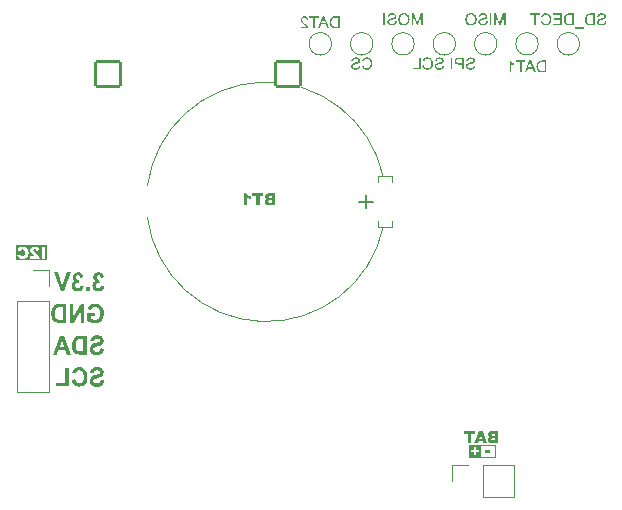
<source format=gbo>
G04 #@! TF.GenerationSoftware,KiCad,Pcbnew,9.0.3*
G04 #@! TF.CreationDate,2025-08-23T15:15:08+02:00*
G04 #@! TF.ProjectId,fw-anwesenheit,66772d61-6e77-4657-9365-6e686569742e,rev?*
G04 #@! TF.SameCoordinates,Original*
G04 #@! TF.FileFunction,Legend,Bot*
G04 #@! TF.FilePolarity,Positive*
%FSLAX46Y46*%
G04 Gerber Fmt 4.6, Leading zero omitted, Abs format (unit mm)*
G04 Created by KiCad (PCBNEW 9.0.3) date 2025-08-23 15:15:08*
%MOMM*%
%LPD*%
G01*
G04 APERTURE LIST*
G04 Aperture macros list*
%AMRoundRect*
0 Rectangle with rounded corners*
0 $1 Rounding radius*
0 $2 $3 $4 $5 $6 $7 $8 $9 X,Y pos of 4 corners*
0 Add a 4 corners polygon primitive as box body*
4,1,4,$2,$3,$4,$5,$6,$7,$8,$9,$2,$3,0*
0 Add four circle primitives for the rounded corners*
1,1,$1+$1,$2,$3*
1,1,$1+$1,$4,$5*
1,1,$1+$1,$6,$7*
1,1,$1+$1,$8,$9*
0 Add four rect primitives between the rounded corners*
20,1,$1+$1,$2,$3,$4,$5,0*
20,1,$1+$1,$4,$5,$6,$7,0*
20,1,$1+$1,$6,$7,$8,$9,0*
20,1,$1+$1,$8,$9,$2,$3,0*%
G04 Aperture macros list end*
%ADD10C,0.100000*%
%ADD11C,0.300000*%
%ADD12C,0.150000*%
%ADD13C,0.120000*%
%ADD14R,1.350000X1.350000*%
%ADD15C,1.350000*%
%ADD16C,2.304000*%
%ADD17RoundRect,0.102000X-1.050000X1.050000X-1.050000X-1.050000X1.050000X-1.050000X1.050000X1.050000X0*%
%ADD18C,1.000000*%
%ADD19C,1.500000*%
%ADD20R,1.600000X2.000000*%
%ADD21O,1.600000X2.000000*%
%ADD22R,1.700000X1.700000*%
%ADD23C,1.700000*%
G04 APERTURE END LIST*
D10*
X120064400Y-123968000D02*
X122251600Y-123968000D01*
X122251600Y-124968000D01*
X120064400Y-124968000D01*
X120064400Y-123968000D01*
G36*
X121865286Y-124610854D02*
G01*
X121460881Y-124610854D01*
X121460881Y-124395920D01*
X121865286Y-124395920D01*
X121865286Y-124610854D01*
G37*
G36*
X122578868Y-123798000D02*
G01*
X122044648Y-123798000D01*
X121905979Y-123784322D01*
X121833001Y-123769732D01*
X121788498Y-123751471D01*
X121749437Y-123724333D01*
X121716592Y-123691676D01*
X121689458Y-123653041D01*
X121669509Y-123610250D01*
X121657397Y-123563799D01*
X121653249Y-123512846D01*
X121656596Y-123478408D01*
X121963376Y-123478408D01*
X121967197Y-123508823D01*
X121978099Y-123533818D01*
X121996166Y-123554673D01*
X122019943Y-123569094D01*
X122056000Y-123579147D01*
X122108884Y-123583066D01*
X122266665Y-123583066D01*
X122266665Y-123379856D01*
X122109555Y-123379856D01*
X122055591Y-123383640D01*
X122019317Y-123393269D01*
X121995860Y-123406906D01*
X121977841Y-123426803D01*
X121967105Y-123450255D01*
X121963376Y-123478408D01*
X121656596Y-123478408D01*
X121659278Y-123450806D01*
X121676420Y-123398460D01*
X121704173Y-123353844D01*
X121742109Y-123317513D01*
X121793906Y-123287560D01*
X121862931Y-123264573D01*
X121817254Y-123245197D01*
X121781839Y-123222872D01*
X121754976Y-123197834D01*
X121724342Y-123153047D01*
X121705970Y-123102980D01*
X121704815Y-123092565D01*
X122003004Y-123092565D01*
X122006439Y-123122316D01*
X122015985Y-123145537D01*
X122031337Y-123163762D01*
X122051946Y-123176163D01*
X122084046Y-123184921D01*
X122132087Y-123188369D01*
X122266665Y-123188369D01*
X122266665Y-123000791D01*
X122130072Y-123000791D01*
X122083414Y-123004170D01*
X122051884Y-123012798D01*
X122031337Y-123025093D01*
X122015829Y-123043016D01*
X122006360Y-123065085D01*
X122003004Y-123092565D01*
X121704815Y-123092565D01*
X121699655Y-123046037D01*
X121704608Y-122994881D01*
X121719045Y-122949034D01*
X121742966Y-122907358D01*
X121777202Y-122869083D01*
X121817692Y-122839234D01*
X121866972Y-122816975D01*
X121926845Y-122802707D01*
X121999585Y-122797581D01*
X122578868Y-122797581D01*
X122578868Y-123798000D01*
G37*
G36*
X121615757Y-123798000D02*
G01*
X121299463Y-123798000D01*
X121250920Y-123633868D01*
X120898477Y-123633868D01*
X120849262Y-123798000D01*
X120525457Y-123798000D01*
X120668092Y-123418935D01*
X120963385Y-123418935D01*
X121183997Y-123418935D01*
X121074027Y-123057883D01*
X120963385Y-123418935D01*
X120668092Y-123418935D01*
X120901897Y-122797581D01*
X121239318Y-122797581D01*
X121615757Y-123798000D01*
G37*
G36*
X120593357Y-122797581D02*
G01*
X119652717Y-122797581D01*
X119652717Y-123043778D01*
X119968339Y-123043778D01*
X119968339Y-123798000D01*
X120277795Y-123798000D01*
X120277795Y-123043778D01*
X120593357Y-123043778D01*
X120593357Y-122797581D01*
G37*
G36*
X121082143Y-124960169D02*
G01*
X120114675Y-124960169D01*
X120114675Y-124368388D01*
X120225786Y-124368388D01*
X120225786Y-124587230D01*
X120488775Y-124587230D01*
X120488775Y-124849058D01*
X120709387Y-124849058D01*
X120709387Y-124587230D01*
X120971032Y-124587230D01*
X120971032Y-124368388D01*
X120709387Y-124368388D01*
X120709387Y-124106560D01*
X120488775Y-124106560D01*
X120488775Y-124368388D01*
X120225786Y-124368388D01*
X120114675Y-124368388D01*
X120114675Y-123995449D01*
X121082143Y-123995449D01*
X121082143Y-124960169D01*
G37*
D11*
G36*
X89202140Y-110500667D02*
G01*
X88923428Y-110463053D01*
X88908483Y-110539572D01*
X88884265Y-110598832D01*
X88851712Y-110644281D01*
X88809785Y-110679225D01*
X88763192Y-110699862D01*
X88710296Y-110706905D01*
X88653805Y-110698834D01*
X88604404Y-110675142D01*
X88560178Y-110634707D01*
X88527242Y-110582981D01*
X88506580Y-110519117D01*
X88499178Y-110439801D01*
X88506269Y-110364785D01*
X88526054Y-110304528D01*
X88557613Y-110255838D01*
X88599862Y-110217783D01*
X88646751Y-110195510D01*
X88700037Y-110187938D01*
X88757543Y-110193134D01*
X88832203Y-110210897D01*
X88800421Y-109962844D01*
X88724248Y-109957550D01*
X88666243Y-109938992D01*
X88622185Y-109909110D01*
X88588201Y-109867261D01*
X88567772Y-109817537D01*
X88560636Y-109757484D01*
X88566013Y-109705877D01*
X88581179Y-109663864D01*
X88605790Y-109629306D01*
X88638322Y-109603183D01*
X88677613Y-109587117D01*
X88725591Y-109581434D01*
X88772752Y-109587551D01*
X88814318Y-109605450D01*
X88851712Y-109635656D01*
X88880743Y-109675131D01*
X88902176Y-109726875D01*
X88915185Y-109794023D01*
X89180616Y-109746347D01*
X89157508Y-109650207D01*
X89129380Y-109573344D01*
X89097085Y-109512655D01*
X89055654Y-109459268D01*
X89004193Y-109413541D01*
X88941380Y-109375196D01*
X88873331Y-109347739D01*
X88799051Y-109330880D01*
X88717440Y-109325077D01*
X88613236Y-109334755D01*
X88523452Y-109362403D01*
X88445408Y-109407093D01*
X88377179Y-109469473D01*
X88329963Y-109532133D01*
X88297423Y-109596841D01*
X88278148Y-109664508D01*
X88271666Y-109736382D01*
X88279912Y-109815550D01*
X88304193Y-109887254D01*
X88345151Y-109953463D01*
X88405118Y-110015361D01*
X88487912Y-110073242D01*
X88406423Y-110101678D01*
X88338327Y-110145638D01*
X88281466Y-110205719D01*
X88238897Y-110278079D01*
X88213033Y-110360038D01*
X88204072Y-110454163D01*
X88213239Y-110556645D01*
X88240072Y-110649545D01*
X88284675Y-110734967D01*
X88348602Y-110814372D01*
X88424923Y-110879293D01*
X88509131Y-110925379D01*
X88602822Y-110953535D01*
X88708189Y-110963263D01*
X88808820Y-110954746D01*
X88897441Y-110930259D01*
X88976120Y-110890580D01*
X89046435Y-110835377D01*
X89106117Y-110766974D01*
X89151652Y-110689417D01*
X89183747Y-110601312D01*
X89202140Y-110500667D01*
G37*
G36*
X87963828Y-110932000D02*
G01*
X87963828Y-110625621D01*
X87675958Y-110625621D01*
X87675958Y-110932000D01*
X87963828Y-110932000D01*
G37*
G36*
X87452384Y-110500667D02*
G01*
X87173672Y-110463053D01*
X87158727Y-110539572D01*
X87134509Y-110598832D01*
X87101956Y-110644281D01*
X87060029Y-110679225D01*
X87013437Y-110699862D01*
X86960540Y-110706905D01*
X86904050Y-110698834D01*
X86854648Y-110675142D01*
X86810422Y-110634707D01*
X86777486Y-110582981D01*
X86756824Y-110519117D01*
X86749422Y-110439801D01*
X86756513Y-110364785D01*
X86776299Y-110304528D01*
X86807857Y-110255838D01*
X86850106Y-110217783D01*
X86896995Y-110195510D01*
X86950282Y-110187938D01*
X87007787Y-110193134D01*
X87082448Y-110210897D01*
X87050665Y-109962844D01*
X86974492Y-109957550D01*
X86916487Y-109938992D01*
X86872429Y-109909110D01*
X86838446Y-109867261D01*
X86818016Y-109817537D01*
X86810880Y-109757484D01*
X86816257Y-109705877D01*
X86831423Y-109663864D01*
X86856034Y-109629306D01*
X86888566Y-109603183D01*
X86927857Y-109587117D01*
X86975836Y-109581434D01*
X87022996Y-109587551D01*
X87064562Y-109605450D01*
X87101956Y-109635656D01*
X87130987Y-109675131D01*
X87152421Y-109726875D01*
X87165429Y-109794023D01*
X87430860Y-109746347D01*
X87407752Y-109650207D01*
X87379624Y-109573344D01*
X87347329Y-109512655D01*
X87305898Y-109459268D01*
X87254437Y-109413541D01*
X87191624Y-109375196D01*
X87123576Y-109347739D01*
X87049295Y-109330880D01*
X86967684Y-109325077D01*
X86863480Y-109334755D01*
X86773696Y-109362403D01*
X86695652Y-109407093D01*
X86627423Y-109469473D01*
X86580207Y-109532133D01*
X86547667Y-109596841D01*
X86528392Y-109664508D01*
X86521910Y-109736382D01*
X86530156Y-109815550D01*
X86554437Y-109887254D01*
X86595395Y-109953463D01*
X86655362Y-110015361D01*
X86738157Y-110073242D01*
X86656667Y-110101678D01*
X86588572Y-110145638D01*
X86531710Y-110205719D01*
X86489141Y-110278079D01*
X86463278Y-110360038D01*
X86454316Y-110454163D01*
X86463483Y-110556645D01*
X86490317Y-110649545D01*
X86534919Y-110734967D01*
X86598847Y-110814372D01*
X86675168Y-110879293D01*
X86759375Y-110925379D01*
X86853067Y-110953535D01*
X86958433Y-110963263D01*
X87059065Y-110954746D01*
X87147686Y-110930259D01*
X87226364Y-110890580D01*
X87296679Y-110835377D01*
X87356361Y-110766974D01*
X87401896Y-110689417D01*
X87433991Y-110601312D01*
X87452384Y-110500667D01*
G37*
G36*
X85828841Y-110932000D02*
G01*
X86365747Y-109325077D01*
X86036844Y-109325077D01*
X85656649Y-110513074D01*
X85288820Y-109325077D01*
X84967060Y-109325077D01*
X85505066Y-110932000D01*
X85828841Y-110932000D01*
G37*
G36*
X88429477Y-113032254D02*
G01*
X88429477Y-112763391D01*
X87775792Y-112763391D01*
X87775792Y-113404382D01*
X87843442Y-113463101D01*
X87933917Y-113520740D01*
X88051939Y-113576817D01*
X88174062Y-113618452D01*
X88295894Y-113643089D01*
X88418303Y-113651263D01*
X88536059Y-113644198D01*
X88642894Y-113623759D01*
X88740200Y-113590739D01*
X88829181Y-113545457D01*
X88911556Y-113486636D01*
X88982359Y-113417088D01*
X89042530Y-113336136D01*
X89092505Y-113242595D01*
X89141150Y-113108541D01*
X89170602Y-112966323D01*
X89180616Y-112814193D01*
X89174130Y-112688847D01*
X89155251Y-112573458D01*
X89124560Y-112466778D01*
X89082247Y-112367718D01*
X89027317Y-112275698D01*
X88961537Y-112195668D01*
X88884244Y-112126650D01*
X88794285Y-112068178D01*
X88695209Y-112025311D01*
X88576606Y-111997881D01*
X88434606Y-111988066D01*
X88292946Y-111997084D01*
X88175391Y-112022176D01*
X88078043Y-112061097D01*
X87997625Y-112112630D01*
X87926355Y-112180420D01*
X87869298Y-112259392D01*
X87825568Y-112350901D01*
X87795209Y-112457013D01*
X88096452Y-112519539D01*
X88124335Y-112444915D01*
X88163958Y-112383002D01*
X88215887Y-112331960D01*
X88277206Y-112294610D01*
X88349257Y-112271376D01*
X88434606Y-112263182D01*
X88532261Y-112272310D01*
X88615863Y-112298324D01*
X88688046Y-112340284D01*
X88750687Y-112398785D01*
X88799200Y-112469432D01*
X88835758Y-112557359D01*
X88859436Y-112666299D01*
X88868015Y-112800907D01*
X88859214Y-112946826D01*
X88835039Y-113064065D01*
X88797972Y-113157822D01*
X88749222Y-113232337D01*
X88685313Y-113295143D01*
X88613312Y-113339541D01*
X88531583Y-113366707D01*
X88437721Y-113376147D01*
X88343160Y-113366249D01*
X88246570Y-113335799D01*
X88155850Y-113290125D01*
X88082164Y-113237906D01*
X88082164Y-113032254D01*
X88429477Y-113032254D01*
G37*
G36*
X87492684Y-113620000D02*
G01*
X87492684Y-112013077D01*
X87197577Y-112013077D01*
X86582818Y-113088820D01*
X86582818Y-112013077D01*
X86300993Y-112013077D01*
X86300993Y-113620000D01*
X86605350Y-113620000D01*
X87210950Y-112560279D01*
X87210950Y-113620000D01*
X87492684Y-113620000D01*
G37*
G36*
X85981523Y-113620000D02*
G01*
X85410819Y-113620000D01*
X85251428Y-113610415D01*
X85142366Y-113586001D01*
X85055636Y-113549592D01*
X84985400Y-113506676D01*
X84929233Y-113457725D01*
X84866518Y-113380364D01*
X84812786Y-113286586D01*
X84768308Y-113173914D01*
X84743650Y-113076954D01*
X84727854Y-112963757D01*
X84722237Y-112831877D01*
X84722838Y-112817124D01*
X85035754Y-112817124D01*
X85044500Y-112994329D01*
X85066528Y-113112756D01*
X85091133Y-113183328D01*
X85117783Y-113233831D01*
X85145938Y-113268583D01*
X85199760Y-113308394D01*
X85268395Y-113335701D01*
X85333547Y-113346481D01*
X85451760Y-113351137D01*
X85678265Y-113351137D01*
X85678265Y-112281939D01*
X85541977Y-112281939D01*
X85371614Y-112286844D01*
X85292941Y-112297376D01*
X85214225Y-112326914D01*
X85152624Y-112373384D01*
X85104819Y-112437937D01*
X85066528Y-112529699D01*
X85044651Y-112640959D01*
X85035754Y-112817124D01*
X84722838Y-112817124D01*
X84728361Y-112681479D01*
X84745347Y-112556094D01*
X84771422Y-112452128D01*
X84810040Y-112352961D01*
X84857864Y-112266651D01*
X84914853Y-112191765D01*
X84982030Y-112127937D01*
X85057147Y-112078836D01*
X85141358Y-112043754D01*
X85250909Y-112021999D01*
X85427214Y-112013077D01*
X85981523Y-112013077D01*
X85981523Y-113620000D01*
G37*
G36*
X89205162Y-115795285D02*
G01*
X88910056Y-115764022D01*
X88884324Y-115863353D01*
X88847943Y-115937457D01*
X88801978Y-115991558D01*
X88744054Y-116030552D01*
X88672028Y-116055253D01*
X88582160Y-116064147D01*
X88486110Y-116055721D01*
X88414368Y-116033140D01*
X88361334Y-115998983D01*
X88318891Y-115951347D01*
X88294962Y-115901161D01*
X88287053Y-115846576D01*
X88295028Y-115794267D01*
X88318286Y-115751321D01*
X88357353Y-115717045D01*
X88427462Y-115682933D01*
X88670270Y-115611810D01*
X88831594Y-115558996D01*
X88941491Y-115505073D01*
X89012546Y-115451489D01*
X89073991Y-115379867D01*
X89116601Y-115302851D01*
X89142136Y-115219089D01*
X89150849Y-115126548D01*
X89143666Y-115046356D01*
X89122205Y-114969906D01*
X89085819Y-114895885D01*
X89036839Y-114830806D01*
X88974936Y-114776409D01*
X88898240Y-114732242D01*
X88814966Y-114702121D01*
X88717268Y-114682900D01*
X88602676Y-114676066D01*
X88459251Y-114685891D01*
X88343655Y-114712914D01*
X88250890Y-114754404D01*
X88176869Y-114809032D01*
X88114277Y-114880454D01*
X88068768Y-114962004D01*
X88039409Y-115055541D01*
X88026751Y-115163771D01*
X88330101Y-115176276D01*
X88349649Y-115097224D01*
X88377821Y-115039705D01*
X88413632Y-114998956D01*
X88459202Y-114970774D01*
X88521535Y-114951981D01*
X88605699Y-114944929D01*
X88692432Y-114952270D01*
X88760105Y-114972292D01*
X88812694Y-115003059D01*
X88839703Y-115031022D01*
X88855458Y-115063689D01*
X88860871Y-115102710D01*
X88849892Y-115155012D01*
X88815808Y-115200309D01*
X88772646Y-115228597D01*
X88686896Y-115264311D01*
X88537097Y-115308460D01*
X88331364Y-115370667D01*
X88209750Y-115424817D01*
X88143517Y-115469958D01*
X88088564Y-115524111D01*
X88043787Y-115587874D01*
X88011397Y-115659477D01*
X87991015Y-115743766D01*
X87983795Y-115843450D01*
X87991719Y-115933171D01*
X88015395Y-116018797D01*
X88055511Y-116101761D01*
X88109507Y-116174684D01*
X88176541Y-116234082D01*
X88258385Y-116280742D01*
X88347529Y-116311831D01*
X88455350Y-116331996D01*
X88585274Y-116339263D01*
X88729051Y-116329196D01*
X88847070Y-116301264D01*
X88943779Y-116257940D01*
X89022804Y-116200337D01*
X89089348Y-116125821D01*
X89142057Y-116035426D01*
X89181037Y-115926459D01*
X89205162Y-115795285D01*
G37*
G36*
X87729813Y-116308000D02*
G01*
X87159109Y-116308000D01*
X86999718Y-116298415D01*
X86890656Y-116274001D01*
X86803926Y-116237592D01*
X86733690Y-116194676D01*
X86677523Y-116145725D01*
X86614808Y-116068364D01*
X86561076Y-115974586D01*
X86516598Y-115861914D01*
X86491941Y-115764954D01*
X86476144Y-115651757D01*
X86470528Y-115519877D01*
X86471129Y-115505124D01*
X86784044Y-115505124D01*
X86792790Y-115682329D01*
X86814818Y-115800756D01*
X86839423Y-115871328D01*
X86866073Y-115921831D01*
X86894228Y-115956583D01*
X86948050Y-115996394D01*
X87016685Y-116023701D01*
X87081837Y-116034481D01*
X87200050Y-116039137D01*
X87426555Y-116039137D01*
X87426555Y-114969939D01*
X87290268Y-114969939D01*
X87119905Y-114974844D01*
X87041232Y-114985376D01*
X86962515Y-115014914D01*
X86900914Y-115061384D01*
X86853110Y-115125937D01*
X86814818Y-115217699D01*
X86792942Y-115328959D01*
X86784044Y-115505124D01*
X86471129Y-115505124D01*
X86476652Y-115369479D01*
X86493637Y-115244094D01*
X86519712Y-115140128D01*
X86558331Y-115040961D01*
X86606154Y-114954651D01*
X86663144Y-114879765D01*
X86730320Y-114815937D01*
X86805437Y-114766836D01*
X86889648Y-114731754D01*
X86999199Y-114709999D01*
X87175504Y-114701077D01*
X87729813Y-114701077D01*
X87729813Y-116308000D01*
G37*
G36*
X86366205Y-116308000D02*
G01*
X86044446Y-116308000D01*
X85920432Y-115945348D01*
X85320052Y-115945348D01*
X85188894Y-116308000D01*
X84858891Y-116308000D01*
X85095270Y-115676485D01*
X85417322Y-115676485D01*
X85827192Y-115676485D01*
X85624318Y-115076234D01*
X85417322Y-115676485D01*
X85095270Y-115676485D01*
X85460370Y-114701077D01*
X85781122Y-114701077D01*
X86366205Y-116308000D01*
G37*
G36*
X89205162Y-118483285D02*
G01*
X88910056Y-118452022D01*
X88884324Y-118551353D01*
X88847943Y-118625457D01*
X88801978Y-118679558D01*
X88744054Y-118718552D01*
X88672028Y-118743253D01*
X88582160Y-118752147D01*
X88486110Y-118743721D01*
X88414368Y-118721140D01*
X88361334Y-118686983D01*
X88318891Y-118639347D01*
X88294962Y-118589161D01*
X88287053Y-118534576D01*
X88295028Y-118482267D01*
X88318286Y-118439321D01*
X88357353Y-118405045D01*
X88427462Y-118370933D01*
X88670270Y-118299810D01*
X88831594Y-118246996D01*
X88941491Y-118193073D01*
X89012546Y-118139489D01*
X89073991Y-118067867D01*
X89116601Y-117990851D01*
X89142136Y-117907089D01*
X89150849Y-117814548D01*
X89143666Y-117734356D01*
X89122205Y-117657906D01*
X89085819Y-117583885D01*
X89036839Y-117518806D01*
X88974936Y-117464409D01*
X88898240Y-117420242D01*
X88814966Y-117390121D01*
X88717268Y-117370900D01*
X88602676Y-117364066D01*
X88459251Y-117373891D01*
X88343655Y-117400914D01*
X88250890Y-117442404D01*
X88176869Y-117497032D01*
X88114277Y-117568454D01*
X88068768Y-117650004D01*
X88039409Y-117743541D01*
X88026751Y-117851771D01*
X88330101Y-117864276D01*
X88349649Y-117785224D01*
X88377821Y-117727705D01*
X88413632Y-117686956D01*
X88459202Y-117658774D01*
X88521535Y-117639981D01*
X88605699Y-117632929D01*
X88692432Y-117640270D01*
X88760105Y-117660292D01*
X88812694Y-117691059D01*
X88839703Y-117719022D01*
X88855458Y-117751689D01*
X88860871Y-117790710D01*
X88849892Y-117843012D01*
X88815808Y-117888309D01*
X88772646Y-117916597D01*
X88686896Y-117952311D01*
X88537097Y-117996460D01*
X88331364Y-118058667D01*
X88209750Y-118112817D01*
X88143517Y-118157958D01*
X88088564Y-118212111D01*
X88043787Y-118275874D01*
X88011397Y-118347477D01*
X87991015Y-118431766D01*
X87983795Y-118531450D01*
X87991719Y-118621171D01*
X88015395Y-118706797D01*
X88055511Y-118789761D01*
X88109507Y-118862684D01*
X88176541Y-118922082D01*
X88258385Y-118968742D01*
X88347529Y-118999831D01*
X88455350Y-119019996D01*
X88585274Y-119027263D01*
X88729051Y-119017196D01*
X88847070Y-118989264D01*
X88943779Y-118945940D01*
X89022804Y-118888337D01*
X89089348Y-118813821D01*
X89142057Y-118723426D01*
X89181037Y-118614459D01*
X89205162Y-118483285D01*
G37*
G36*
X86767649Y-118402001D02*
G01*
X86473550Y-118502043D01*
X86515513Y-118631667D01*
X86567340Y-118737936D01*
X86628320Y-118824251D01*
X86698498Y-118893222D01*
X86779592Y-118947603D01*
X86871776Y-118987398D01*
X86976976Y-119012286D01*
X87097560Y-119021010D01*
X87215917Y-119011822D01*
X87322603Y-118985194D01*
X87419501Y-118941831D01*
X87508117Y-118881480D01*
X87589496Y-118802950D01*
X87656587Y-118712949D01*
X87709647Y-118610392D01*
X87748825Y-118493462D01*
X87773459Y-118359822D01*
X87782112Y-118206704D01*
X87773254Y-118043786D01*
X87748177Y-117903131D01*
X87708568Y-117781567D01*
X87655320Y-117676385D01*
X87588488Y-117585448D01*
X87506845Y-117506336D01*
X87416554Y-117445165D01*
X87316396Y-117400916D01*
X87204645Y-117373560D01*
X87079150Y-117364066D01*
X86943072Y-117375772D01*
X86825060Y-117409224D01*
X86721951Y-117463133D01*
X86631362Y-117537870D01*
X86571385Y-117612264D01*
X86519888Y-117709113D01*
X86477672Y-117833013D01*
X86777907Y-117908044D01*
X86802761Y-117829317D01*
X86839734Y-117764506D01*
X86889099Y-117711380D01*
X86948574Y-117671732D01*
X87016327Y-117647573D01*
X87094538Y-117639182D01*
X87175739Y-117647544D01*
X87246722Y-117671667D01*
X87309563Y-117711239D01*
X87365647Y-117767458D01*
X87407299Y-117833454D01*
X87439815Y-117920892D01*
X87461543Y-118035144D01*
X87469603Y-118182671D01*
X87461482Y-118340274D01*
X87439776Y-118460328D01*
X87407672Y-118550350D01*
X87367113Y-118616642D01*
X87311694Y-118673463D01*
X87249826Y-118713305D01*
X87180168Y-118737518D01*
X87100674Y-118745895D01*
X87023039Y-118736478D01*
X86954429Y-118708994D01*
X86892671Y-118662950D01*
X86843055Y-118601858D01*
X86800972Y-118516930D01*
X86767649Y-118402001D01*
G37*
G36*
X86205371Y-118996000D02*
G01*
X86205371Y-117407835D01*
X85902022Y-117407835D01*
X85902022Y-118727137D01*
X85147861Y-118727137D01*
X85147861Y-118996000D01*
X86205371Y-118996000D01*
G37*
D12*
G36*
X109128122Y-88665000D02*
G01*
X108766765Y-88665000D01*
X108678689Y-88660462D01*
X108605931Y-88647903D01*
X108539591Y-88626123D01*
X108486374Y-88597527D01*
X108439850Y-88559165D01*
X108395210Y-88506425D01*
X108358419Y-88443349D01*
X108326884Y-88360184D01*
X108312488Y-88300668D01*
X108303392Y-88233382D01*
X108300200Y-88157341D01*
X108300309Y-88155265D01*
X108436854Y-88155265D01*
X108440102Y-88231417D01*
X108449165Y-88295770D01*
X108463171Y-88349926D01*
X108483916Y-88401728D01*
X108508461Y-88443886D01*
X108536566Y-88477787D01*
X108574492Y-88507028D01*
X108626386Y-88530177D01*
X108688202Y-88543449D01*
X108781786Y-88548740D01*
X108995620Y-88548740D01*
X108995620Y-87776933D01*
X108785205Y-87776933D01*
X108705549Y-87779857D01*
X108650354Y-87787319D01*
X108613747Y-87797632D01*
X108568586Y-87822070D01*
X108526967Y-87859302D01*
X108488450Y-87911693D01*
X108467587Y-87954343D01*
X108451394Y-88007671D01*
X108440736Y-88073827D01*
X108436854Y-88155265D01*
X108300309Y-88155265D01*
X108304856Y-88068466D01*
X108318201Y-87989288D01*
X108339523Y-87918593D01*
X108370635Y-87852222D01*
X108410041Y-87795395D01*
X108457981Y-87747013D01*
X108500685Y-87716260D01*
X108549358Y-87692270D01*
X108604893Y-87675083D01*
X108673285Y-87664864D01*
X108783190Y-87660673D01*
X109128122Y-87660673D01*
X109128122Y-88665000D01*
G37*
G36*
X108227965Y-88665000D02*
G01*
X108087220Y-88665000D01*
X107977250Y-88360184D01*
X107558496Y-88360184D01*
X107441686Y-88665000D01*
X107290683Y-88665000D01*
X107459747Y-88250764D01*
X107599467Y-88250764D01*
X107938965Y-88250764D01*
X107828994Y-87957123D01*
X107797971Y-87861495D01*
X107775017Y-87765881D01*
X107747682Y-87852490D01*
X107704003Y-87973487D01*
X107599467Y-88250764D01*
X107459747Y-88250764D01*
X107700584Y-87660673D01*
X107843344Y-87660673D01*
X108227965Y-88665000D01*
G37*
G36*
X107033679Y-88665000D02*
G01*
X107033679Y-87776933D01*
X107363651Y-87776933D01*
X107363651Y-87660673D01*
X106569862Y-87660673D01*
X106569862Y-87776933D01*
X106901177Y-87776933D01*
X106901177Y-88665000D01*
X107033679Y-88665000D01*
G37*
G36*
X105837316Y-88548740D02*
G01*
X105837316Y-88665000D01*
X106499214Y-88665000D01*
X106496319Y-88621464D01*
X106484865Y-88579759D01*
X106452890Y-88514260D01*
X106403960Y-88446830D01*
X106340590Y-88380701D01*
X106243065Y-88295460D01*
X106135010Y-88201983D01*
X106064614Y-88132639D01*
X106022452Y-88082358D01*
X105989035Y-88027811D01*
X105970773Y-87978742D01*
X105965055Y-87933675D01*
X105970954Y-87886954D01*
X105988187Y-87846183D01*
X106017323Y-87809844D01*
X106054848Y-87782230D01*
X106099578Y-87765306D01*
X106153550Y-87759347D01*
X106210552Y-87765719D01*
X106257163Y-87783727D01*
X106295699Y-87813019D01*
X106324540Y-87851835D01*
X106342764Y-87900430D01*
X106349616Y-87961580D01*
X106476011Y-87948513D01*
X106464161Y-87878076D01*
X106443560Y-87819685D01*
X106414945Y-87771312D01*
X106378314Y-87731442D01*
X106334167Y-87699812D01*
X106282547Y-87676586D01*
X106222044Y-87661947D01*
X106150863Y-87656765D01*
X106079258Y-87662312D01*
X106018555Y-87677994D01*
X105966848Y-87702946D01*
X105922679Y-87737121D01*
X105885729Y-87779946D01*
X105859783Y-87826753D01*
X105844064Y-87878413D01*
X105838659Y-87936179D01*
X105844740Y-87995719D01*
X105863267Y-88054942D01*
X105894349Y-88112384D01*
X105944905Y-88177857D01*
X106012773Y-88246822D01*
X106134438Y-88354933D01*
X106234715Y-88441807D01*
X106276587Y-88481756D01*
X106305731Y-88515777D01*
X106328427Y-88548740D01*
X105837316Y-88548740D01*
G37*
G36*
X111149110Y-91813290D02*
G01*
X111016608Y-91846751D01*
X111042896Y-91926513D01*
X111076818Y-91993386D01*
X111117996Y-92049153D01*
X111166573Y-92095146D01*
X111222702Y-92132004D01*
X111284769Y-92158572D01*
X111353843Y-92174954D01*
X111431271Y-92180631D01*
X111512930Y-92175991D01*
X111582965Y-92162901D01*
X111643052Y-92142309D01*
X111694626Y-92114747D01*
X111741587Y-92078732D01*
X111782811Y-92035414D01*
X111818606Y-91984102D01*
X111848988Y-91923810D01*
X111878223Y-91839049D01*
X111895923Y-91749848D01*
X111901927Y-91655326D01*
X111894855Y-91552440D01*
X111874619Y-91462128D01*
X111842149Y-91382445D01*
X111808633Y-91327037D01*
X111769307Y-91279515D01*
X111723944Y-91239145D01*
X111672034Y-91205491D01*
X111596501Y-91172075D01*
X111515964Y-91151903D01*
X111429195Y-91145041D01*
X111354465Y-91150155D01*
X111288259Y-91164844D01*
X111229277Y-91188507D01*
X111176465Y-91221062D01*
X111129801Y-91262186D01*
X111090609Y-91310870D01*
X111058545Y-91367973D01*
X111033705Y-91434713D01*
X111164131Y-91465488D01*
X111192669Y-91396018D01*
X111226509Y-91344319D01*
X111265247Y-91307035D01*
X111311721Y-91280099D01*
X111366607Y-91263321D01*
X111431943Y-91257393D01*
X111507167Y-91264012D01*
X111570768Y-91282775D01*
X111624956Y-91312897D01*
X111671407Y-91353986D01*
X111707517Y-91403226D01*
X111733888Y-91461824D01*
X111751322Y-91524781D01*
X111761772Y-91588917D01*
X111765273Y-91654593D01*
X111760812Y-91739435D01*
X111748138Y-91813516D01*
X111728087Y-91878258D01*
X111697891Y-91937770D01*
X111659437Y-91984777D01*
X111612316Y-92021018D01*
X111558325Y-92047336D01*
X111501919Y-92063004D01*
X111442201Y-92068279D01*
X111387256Y-92064043D01*
X111338135Y-92051795D01*
X111293853Y-92031854D01*
X111253646Y-92004043D01*
X111219521Y-91969664D01*
X111190640Y-91927301D01*
X111167021Y-91875713D01*
X111149110Y-91813290D01*
G37*
G36*
X110898578Y-91839912D02*
G01*
X110773525Y-91828921D01*
X110764458Y-91879120D01*
X110750517Y-91920566D01*
X110732248Y-91954645D01*
X110707718Y-91984220D01*
X110674661Y-92010705D01*
X110631498Y-92034085D01*
X110585055Y-92050635D01*
X110534053Y-92060845D01*
X110477747Y-92064371D01*
X110404700Y-92058438D01*
X110343902Y-92041779D01*
X110307031Y-92023987D01*
X110278693Y-92003302D01*
X110257501Y-91979802D01*
X110236131Y-91938343D01*
X110229108Y-91893768D01*
X110236047Y-91849214D01*
X110256463Y-91811275D01*
X110290235Y-91780414D01*
X110346589Y-91751985D01*
X110399177Y-91735246D01*
X110524886Y-91703014D01*
X110651912Y-91667522D01*
X110718204Y-91640305D01*
X110763444Y-91612085D01*
X110798617Y-91580948D01*
X110825122Y-91546821D01*
X110844583Y-91508329D01*
X110856300Y-91466927D01*
X110860293Y-91421830D01*
X110855543Y-91372358D01*
X110841356Y-91325248D01*
X110817306Y-91279680D01*
X110784867Y-91239793D01*
X110743422Y-91206406D01*
X110691582Y-91179296D01*
X110635519Y-91160551D01*
X110574511Y-91149013D01*
X110507789Y-91145041D01*
X110434254Y-91149297D01*
X110369179Y-91161478D01*
X110311418Y-91180945D01*
X110258114Y-91209235D01*
X110214944Y-91244308D01*
X110180626Y-91286458D01*
X110154945Y-91334584D01*
X110138540Y-91386838D01*
X110131411Y-91444178D01*
X110258478Y-91453764D01*
X110271544Y-91393122D01*
X110294818Y-91346135D01*
X110327843Y-91309966D01*
X110369994Y-91284418D01*
X110426721Y-91267573D01*
X110502355Y-91261301D01*
X110581723Y-91267223D01*
X110638242Y-91282706D01*
X110677599Y-91305387D01*
X110708844Y-91337780D01*
X110726620Y-91372762D01*
X110732554Y-91411693D01*
X110728119Y-91445941D01*
X110715258Y-91475139D01*
X110693597Y-91500537D01*
X110664272Y-91519337D01*
X110603370Y-91542977D01*
X110493806Y-91571978D01*
X110345438Y-91609804D01*
X110272156Y-91635847D01*
X110216729Y-91666619D01*
X110174389Y-91700702D01*
X110143073Y-91738063D01*
X110120086Y-91780946D01*
X110106154Y-91828092D01*
X110101369Y-91880579D01*
X110106400Y-91932590D01*
X110121486Y-91982559D01*
X110147164Y-92031338D01*
X110181473Y-92074350D01*
X110224870Y-92110942D01*
X110278628Y-92141369D01*
X110336965Y-92162838D01*
X110400981Y-92176066D01*
X110471641Y-92180631D01*
X110561755Y-92175712D01*
X110636923Y-92162021D01*
X110699459Y-92140819D01*
X110756852Y-92109396D01*
X110804523Y-92069620D01*
X110843562Y-92020957D01*
X110872753Y-91965631D01*
X110891090Y-91905658D01*
X110898578Y-91839912D01*
G37*
G36*
X131725717Y-88100912D02*
G01*
X131600665Y-88089921D01*
X131591598Y-88140120D01*
X131577656Y-88181566D01*
X131559388Y-88215645D01*
X131534857Y-88245220D01*
X131501800Y-88271705D01*
X131458637Y-88295085D01*
X131412194Y-88311635D01*
X131361192Y-88321845D01*
X131304887Y-88325371D01*
X131231840Y-88319438D01*
X131171042Y-88302779D01*
X131134170Y-88284987D01*
X131105833Y-88264302D01*
X131084641Y-88240802D01*
X131063271Y-88199343D01*
X131056247Y-88154768D01*
X131063186Y-88110214D01*
X131083603Y-88072275D01*
X131117374Y-88041414D01*
X131173728Y-88012985D01*
X131226317Y-87996246D01*
X131352025Y-87964014D01*
X131479052Y-87928522D01*
X131545344Y-87901305D01*
X131590584Y-87873085D01*
X131625757Y-87841948D01*
X131652261Y-87807821D01*
X131671722Y-87769329D01*
X131683440Y-87727927D01*
X131687432Y-87682830D01*
X131682683Y-87633358D01*
X131668496Y-87586248D01*
X131644445Y-87540680D01*
X131612007Y-87500793D01*
X131570562Y-87467406D01*
X131518721Y-87440296D01*
X131462658Y-87421551D01*
X131401651Y-87410013D01*
X131334928Y-87406041D01*
X131261393Y-87410297D01*
X131196318Y-87422478D01*
X131138557Y-87441945D01*
X131085254Y-87470235D01*
X131042084Y-87505308D01*
X131007765Y-87547458D01*
X130982084Y-87595584D01*
X130965679Y-87647838D01*
X130958550Y-87705178D01*
X131085618Y-87714764D01*
X131098683Y-87654122D01*
X131121958Y-87607135D01*
X131154983Y-87570966D01*
X131197133Y-87545418D01*
X131253861Y-87528573D01*
X131329494Y-87522301D01*
X131408862Y-87528223D01*
X131465382Y-87543706D01*
X131504738Y-87566387D01*
X131535984Y-87598780D01*
X131553760Y-87633762D01*
X131559693Y-87672693D01*
X131555258Y-87706941D01*
X131542398Y-87736139D01*
X131520736Y-87761537D01*
X131491411Y-87780337D01*
X131430510Y-87803977D01*
X131320946Y-87832978D01*
X131172577Y-87870804D01*
X131099295Y-87896847D01*
X131043869Y-87927619D01*
X131001528Y-87961702D01*
X130970213Y-87999063D01*
X130947225Y-88041946D01*
X130933293Y-88089092D01*
X130928508Y-88141579D01*
X130933539Y-88193590D01*
X130948625Y-88243559D01*
X130974304Y-88292338D01*
X131008613Y-88335350D01*
X131052009Y-88371942D01*
X131105768Y-88402369D01*
X131164104Y-88423838D01*
X131228121Y-88437066D01*
X131298781Y-88441631D01*
X131388894Y-88436712D01*
X131464063Y-88423021D01*
X131526598Y-88401819D01*
X131583991Y-88370396D01*
X131631662Y-88330620D01*
X131670701Y-88281957D01*
X131699893Y-88226631D01*
X131718230Y-88166658D01*
X131725717Y-88100912D01*
G37*
G36*
X130747585Y-88426000D02*
G01*
X130386228Y-88426000D01*
X130298152Y-88421462D01*
X130225394Y-88408903D01*
X130159055Y-88387123D01*
X130105837Y-88358527D01*
X130059313Y-88320165D01*
X130014674Y-88267425D01*
X129977882Y-88204349D01*
X129946347Y-88121184D01*
X129931952Y-88061668D01*
X129922855Y-87994382D01*
X129919663Y-87918341D01*
X129919772Y-87916265D01*
X130056317Y-87916265D01*
X130059565Y-87992417D01*
X130068628Y-88056770D01*
X130082634Y-88110926D01*
X130103380Y-88162728D01*
X130127924Y-88204886D01*
X130156029Y-88238787D01*
X130193956Y-88268028D01*
X130245850Y-88291177D01*
X130307665Y-88304449D01*
X130401249Y-88309740D01*
X130615084Y-88309740D01*
X130615084Y-87537933D01*
X130404669Y-87537933D01*
X130325012Y-87540857D01*
X130269818Y-87548319D01*
X130233210Y-87558632D01*
X130188049Y-87583070D01*
X130146430Y-87620302D01*
X130107913Y-87672693D01*
X130087050Y-87715343D01*
X130070857Y-87768671D01*
X130060200Y-87834827D01*
X130056317Y-87916265D01*
X129919772Y-87916265D01*
X129924319Y-87829466D01*
X129937664Y-87750288D01*
X129958986Y-87679593D01*
X129990099Y-87613222D01*
X130029505Y-87556395D01*
X130077444Y-87508013D01*
X130120149Y-87477260D01*
X130168822Y-87453270D01*
X130224356Y-87436083D01*
X130292748Y-87425864D01*
X130402654Y-87421673D01*
X130747585Y-87421673D01*
X130747585Y-88426000D01*
G37*
G36*
X129866540Y-88702360D02*
G01*
X129866540Y-88613578D01*
X129051563Y-88613578D01*
X129051563Y-88702360D01*
X129866540Y-88702360D01*
G37*
G36*
X128959728Y-88426000D02*
G01*
X128598371Y-88426000D01*
X128510294Y-88421462D01*
X128437537Y-88408903D01*
X128371197Y-88387123D01*
X128317980Y-88358527D01*
X128271455Y-88320165D01*
X128226816Y-88267425D01*
X128190024Y-88204349D01*
X128158489Y-88121184D01*
X128144094Y-88061668D01*
X128134998Y-87994382D01*
X128131806Y-87918341D01*
X128131915Y-87916265D01*
X128268460Y-87916265D01*
X128271708Y-87992417D01*
X128280771Y-88056770D01*
X128294777Y-88110926D01*
X128315522Y-88162728D01*
X128340067Y-88204886D01*
X128368172Y-88238787D01*
X128406098Y-88268028D01*
X128457992Y-88291177D01*
X128519807Y-88304449D01*
X128613391Y-88309740D01*
X128827226Y-88309740D01*
X128827226Y-87537933D01*
X128616811Y-87537933D01*
X128537154Y-87540857D01*
X128481960Y-87548319D01*
X128445352Y-87558632D01*
X128400191Y-87583070D01*
X128358572Y-87620302D01*
X128320056Y-87672693D01*
X128299192Y-87715343D01*
X128282999Y-87768671D01*
X128272342Y-87834827D01*
X128268460Y-87916265D01*
X128131915Y-87916265D01*
X128136461Y-87829466D01*
X128149806Y-87750288D01*
X128171129Y-87679593D01*
X128202241Y-87613222D01*
X128241647Y-87556395D01*
X128289587Y-87508013D01*
X128332291Y-87477260D01*
X128380964Y-87453270D01*
X128436499Y-87436083D01*
X128504891Y-87425864D01*
X128614796Y-87421673D01*
X128959728Y-87421673D01*
X128959728Y-88426000D01*
G37*
G36*
X127946853Y-88426000D02*
G01*
X127946853Y-87421673D01*
X127222734Y-87421673D01*
X127222734Y-87537933D01*
X127814290Y-87537933D01*
X127814290Y-87847632D01*
X127260286Y-87847632D01*
X127260286Y-87963892D01*
X127814290Y-87963892D01*
X127814290Y-88309740D01*
X127199470Y-88309740D01*
X127199470Y-88426000D01*
X127946853Y-88426000D01*
G37*
G36*
X126301999Y-88074290D02*
G01*
X126169498Y-88107751D01*
X126195786Y-88187513D01*
X126229707Y-88254386D01*
X126270885Y-88310153D01*
X126319463Y-88356146D01*
X126375591Y-88393004D01*
X126437658Y-88419572D01*
X126506732Y-88435954D01*
X126584161Y-88441631D01*
X126665820Y-88436991D01*
X126735855Y-88423901D01*
X126795942Y-88403309D01*
X126847516Y-88375747D01*
X126894477Y-88339732D01*
X126935701Y-88296414D01*
X126971496Y-88245102D01*
X127001877Y-88184810D01*
X127031113Y-88100049D01*
X127048813Y-88010848D01*
X127054817Y-87916326D01*
X127047744Y-87813440D01*
X127027509Y-87723128D01*
X126995038Y-87643445D01*
X126961522Y-87588037D01*
X126922196Y-87540515D01*
X126876834Y-87500145D01*
X126824923Y-87466491D01*
X126749391Y-87433075D01*
X126668853Y-87412903D01*
X126582085Y-87406041D01*
X126507355Y-87411155D01*
X126441148Y-87425844D01*
X126382167Y-87449507D01*
X126329355Y-87482062D01*
X126282691Y-87523186D01*
X126243499Y-87571870D01*
X126211435Y-87628973D01*
X126186595Y-87695713D01*
X126317020Y-87726488D01*
X126345558Y-87657018D01*
X126379399Y-87605319D01*
X126418137Y-87568035D01*
X126464610Y-87541099D01*
X126519497Y-87524321D01*
X126584833Y-87518393D01*
X126660057Y-87525012D01*
X126723658Y-87543775D01*
X126777845Y-87573897D01*
X126824296Y-87614986D01*
X126860407Y-87664226D01*
X126886778Y-87722824D01*
X126904212Y-87785781D01*
X126914662Y-87849917D01*
X126918163Y-87915593D01*
X126913701Y-88000435D01*
X126901028Y-88074516D01*
X126880977Y-88139258D01*
X126850781Y-88198770D01*
X126812327Y-88245777D01*
X126765206Y-88282018D01*
X126711214Y-88308336D01*
X126654808Y-88324004D01*
X126595091Y-88329279D01*
X126540145Y-88325043D01*
X126491024Y-88312795D01*
X126446743Y-88292854D01*
X126406535Y-88265043D01*
X126372411Y-88230664D01*
X126343529Y-88188301D01*
X126319910Y-88136713D01*
X126301999Y-88074290D01*
G37*
G36*
X125751537Y-88426000D02*
G01*
X125751537Y-87537933D01*
X126081509Y-87537933D01*
X126081509Y-87421673D01*
X125287720Y-87421673D01*
X125287720Y-87537933D01*
X125619035Y-87537933D01*
X125619035Y-88426000D01*
X125751537Y-88426000D01*
G37*
G36*
X103699639Y-103661000D02*
G01*
X103165419Y-103661000D01*
X103026750Y-103647322D01*
X102953772Y-103632732D01*
X102909269Y-103614471D01*
X102870208Y-103587333D01*
X102837363Y-103554676D01*
X102810229Y-103516041D01*
X102790280Y-103473250D01*
X102778168Y-103426799D01*
X102774020Y-103375846D01*
X102777367Y-103341408D01*
X103084147Y-103341408D01*
X103087968Y-103371823D01*
X103098870Y-103396818D01*
X103116937Y-103417673D01*
X103140714Y-103432094D01*
X103176771Y-103442147D01*
X103229655Y-103446066D01*
X103387436Y-103446066D01*
X103387436Y-103242856D01*
X103230326Y-103242856D01*
X103176362Y-103246640D01*
X103140088Y-103256269D01*
X103116631Y-103269906D01*
X103098612Y-103289803D01*
X103087876Y-103313255D01*
X103084147Y-103341408D01*
X102777367Y-103341408D01*
X102780049Y-103313806D01*
X102797191Y-103261460D01*
X102824944Y-103216844D01*
X102862880Y-103180513D01*
X102914677Y-103150560D01*
X102983702Y-103127573D01*
X102938025Y-103108197D01*
X102902610Y-103085872D01*
X102875747Y-103060834D01*
X102845113Y-103016047D01*
X102826741Y-102965980D01*
X102825586Y-102955565D01*
X103123775Y-102955565D01*
X103127210Y-102985316D01*
X103136756Y-103008537D01*
X103152108Y-103026762D01*
X103172717Y-103039163D01*
X103204817Y-103047921D01*
X103252858Y-103051369D01*
X103387436Y-103051369D01*
X103387436Y-102863791D01*
X103250843Y-102863791D01*
X103204185Y-102867170D01*
X103172655Y-102875798D01*
X103152108Y-102888093D01*
X103136600Y-102906016D01*
X103127131Y-102928085D01*
X103123775Y-102955565D01*
X102825586Y-102955565D01*
X102820426Y-102909037D01*
X102825379Y-102857881D01*
X102839816Y-102812034D01*
X102863737Y-102770358D01*
X102897973Y-102732083D01*
X102938463Y-102702234D01*
X102987743Y-102679975D01*
X103047616Y-102665707D01*
X103120356Y-102660581D01*
X103699639Y-102660581D01*
X103699639Y-103661000D01*
G37*
G36*
X102682306Y-102660581D02*
G01*
X101741666Y-102660581D01*
X101741666Y-102906778D01*
X102057289Y-102906778D01*
X102057289Y-103661000D01*
X102366745Y-103661000D01*
X102366745Y-102906778D01*
X102682306Y-102906778D01*
X102682306Y-102660581D01*
G37*
G36*
X101016326Y-102644949D02*
G01*
X101016326Y-103661000D01*
X101297755Y-103661000D01*
X101297755Y-102996720D01*
X101366539Y-103044376D01*
X101429951Y-103080190D01*
X101498354Y-103110017D01*
X101590175Y-103141251D01*
X101590175Y-102914593D01*
X101496967Y-102879473D01*
X101424574Y-102842482D01*
X101369501Y-102804135D01*
X101321038Y-102757931D01*
X101280157Y-102705089D01*
X101246525Y-102644949D01*
X101016326Y-102644949D01*
G37*
X111950428Y-103365700D02*
X110807571Y-103365700D01*
X111378999Y-103937128D02*
X111378999Y-102794271D01*
G36*
X126628122Y-92415000D02*
G01*
X126266765Y-92415000D01*
X126178689Y-92410462D01*
X126105931Y-92397903D01*
X126039591Y-92376123D01*
X125986374Y-92347527D01*
X125939850Y-92309165D01*
X125895210Y-92256425D01*
X125858419Y-92193349D01*
X125826884Y-92110184D01*
X125812488Y-92050668D01*
X125803392Y-91983382D01*
X125800200Y-91907341D01*
X125800309Y-91905265D01*
X125936854Y-91905265D01*
X125940102Y-91981417D01*
X125949165Y-92045770D01*
X125963171Y-92099926D01*
X125983916Y-92151728D01*
X126008461Y-92193886D01*
X126036566Y-92227787D01*
X126074492Y-92257028D01*
X126126386Y-92280177D01*
X126188202Y-92293449D01*
X126281786Y-92298740D01*
X126495620Y-92298740D01*
X126495620Y-91526933D01*
X126285205Y-91526933D01*
X126205549Y-91529857D01*
X126150354Y-91537319D01*
X126113747Y-91547632D01*
X126068586Y-91572070D01*
X126026967Y-91609302D01*
X125988450Y-91661693D01*
X125967587Y-91704343D01*
X125951394Y-91757671D01*
X125940736Y-91823827D01*
X125936854Y-91905265D01*
X125800309Y-91905265D01*
X125804856Y-91818466D01*
X125818201Y-91739288D01*
X125839523Y-91668593D01*
X125870635Y-91602222D01*
X125910041Y-91545395D01*
X125957981Y-91497013D01*
X126000685Y-91466260D01*
X126049358Y-91442270D01*
X126104893Y-91425083D01*
X126173285Y-91414864D01*
X126283190Y-91410673D01*
X126628122Y-91410673D01*
X126628122Y-92415000D01*
G37*
G36*
X125727965Y-92415000D02*
G01*
X125587220Y-92415000D01*
X125477250Y-92110184D01*
X125058496Y-92110184D01*
X124941686Y-92415000D01*
X124790683Y-92415000D01*
X124959747Y-92000764D01*
X125099467Y-92000764D01*
X125438965Y-92000764D01*
X125328994Y-91707123D01*
X125297971Y-91611495D01*
X125275017Y-91515881D01*
X125247682Y-91602490D01*
X125204003Y-91723487D01*
X125099467Y-92000764D01*
X124959747Y-92000764D01*
X125200584Y-91410673D01*
X125343344Y-91410673D01*
X125727965Y-92415000D01*
G37*
G36*
X124533679Y-92415000D02*
G01*
X124533679Y-91526933D01*
X124863651Y-91526933D01*
X124863651Y-91410673D01*
X124069862Y-91410673D01*
X124069862Y-91526933D01*
X124401177Y-91526933D01*
X124401177Y-92415000D01*
X124533679Y-92415000D01*
G37*
G36*
X123520376Y-92415000D02*
G01*
X123643352Y-92415000D01*
X123643352Y-91629392D01*
X123692287Y-91670107D01*
X123759795Y-91714328D01*
X123830840Y-91752769D01*
X123889244Y-91778014D01*
X123889244Y-91660778D01*
X123822361Y-91625197D01*
X123762439Y-91585621D01*
X123708932Y-91542076D01*
X123659842Y-91493154D01*
X123624140Y-91448243D01*
X123599633Y-91406765D01*
X123520376Y-91406765D01*
X123520376Y-92415000D01*
G37*
G36*
X116183992Y-88415000D02*
G01*
X116183992Y-87410673D01*
X115984568Y-87410673D01*
X115747530Y-88122091D01*
X115699720Y-88270835D01*
X115646414Y-88109757D01*
X115406628Y-87410673D01*
X115228331Y-87410673D01*
X115228331Y-88415000D01*
X115356070Y-88415000D01*
X115356070Y-87573949D01*
X115647085Y-88415000D01*
X115766642Y-88415000D01*
X116056253Y-87559600D01*
X116056253Y-88415000D01*
X116183992Y-88415000D01*
G37*
G36*
X114659169Y-87401034D02*
G01*
X114734513Y-87418356D01*
X114802560Y-87446473D01*
X114864409Y-87485468D01*
X114920829Y-87536031D01*
X114967312Y-87594169D01*
X115004157Y-87660828D01*
X115031430Y-87737258D01*
X115048622Y-87825065D01*
X115054674Y-87926147D01*
X115048273Y-88012681D01*
X115029223Y-88095661D01*
X114997338Y-88176008D01*
X114965059Y-88232254D01*
X114926404Y-88281707D01*
X114881106Y-88324960D01*
X114828628Y-88362365D01*
X114771661Y-88391973D01*
X114710986Y-88413227D01*
X114645962Y-88426198D01*
X114575836Y-88430631D01*
X114490428Y-88423700D01*
X114409736Y-88403162D01*
X114332631Y-88368838D01*
X114279655Y-88334431D01*
X114233261Y-88293013D01*
X114192943Y-88244108D01*
X114158486Y-88186938D01*
X114124814Y-88104813D01*
X114104132Y-88014529D01*
X114096998Y-87914546D01*
X114097069Y-87913508D01*
X114233591Y-87913508D01*
X114240484Y-88010719D01*
X114259715Y-88091154D01*
X114289800Y-88157747D01*
X114330250Y-88212827D01*
X114382007Y-88259048D01*
X114439426Y-88291608D01*
X114503687Y-88311429D01*
X114576508Y-88318279D01*
X114647920Y-88311543D01*
X114711440Y-88291985D01*
X114768680Y-88259749D01*
X114820751Y-88213866D01*
X114861957Y-88159127D01*
X114892207Y-88094583D01*
X114911304Y-88018330D01*
X114918082Y-87927918D01*
X114913028Y-87833167D01*
X114899120Y-87756130D01*
X114877878Y-87693893D01*
X114850273Y-87643950D01*
X114816660Y-87604296D01*
X114762991Y-87561590D01*
X114705417Y-87531635D01*
X114643011Y-87513566D01*
X114574493Y-87507393D01*
X114509898Y-87513118D01*
X114450724Y-87529906D01*
X114395829Y-87557768D01*
X114347371Y-87595562D01*
X114307231Y-87642434D01*
X114274929Y-87699551D01*
X114252554Y-87761789D01*
X114238515Y-87832630D01*
X114233591Y-87913508D01*
X114097069Y-87913508D01*
X114103796Y-87815781D01*
X114123474Y-87726743D01*
X114155433Y-87645940D01*
X114188242Y-87589523D01*
X114227259Y-87540330D01*
X114272732Y-87497715D01*
X114325182Y-87461292D01*
X114382065Y-87432511D01*
X114442281Y-87411884D01*
X114506419Y-87399324D01*
X114575165Y-87395041D01*
X114659169Y-87401034D01*
G37*
G36*
X113971152Y-88089912D02*
G01*
X113846100Y-88078921D01*
X113837033Y-88129120D01*
X113823091Y-88170566D01*
X113804823Y-88204645D01*
X113780292Y-88234220D01*
X113747235Y-88260705D01*
X113704072Y-88284085D01*
X113657629Y-88300635D01*
X113606627Y-88310845D01*
X113550322Y-88314371D01*
X113477275Y-88308438D01*
X113416477Y-88291779D01*
X113379605Y-88273987D01*
X113351268Y-88253302D01*
X113330076Y-88229802D01*
X113308706Y-88188343D01*
X113301682Y-88143768D01*
X113308621Y-88099214D01*
X113329038Y-88061275D01*
X113362809Y-88030414D01*
X113419163Y-88001985D01*
X113471752Y-87985246D01*
X113597460Y-87953014D01*
X113724487Y-87917522D01*
X113790779Y-87890305D01*
X113836019Y-87862085D01*
X113871192Y-87830948D01*
X113897696Y-87796821D01*
X113917157Y-87758329D01*
X113928875Y-87716927D01*
X113932867Y-87671830D01*
X113928118Y-87622358D01*
X113913931Y-87575248D01*
X113889880Y-87529680D01*
X113857442Y-87489793D01*
X113815997Y-87456406D01*
X113764156Y-87429296D01*
X113708093Y-87410551D01*
X113647086Y-87399013D01*
X113580363Y-87395041D01*
X113506828Y-87399297D01*
X113441753Y-87411478D01*
X113383992Y-87430945D01*
X113330689Y-87459235D01*
X113287519Y-87494308D01*
X113253200Y-87536458D01*
X113227519Y-87584584D01*
X113211114Y-87636838D01*
X113203985Y-87694178D01*
X113331053Y-87703764D01*
X113344118Y-87643122D01*
X113367393Y-87596135D01*
X113400418Y-87559966D01*
X113442568Y-87534418D01*
X113499296Y-87517573D01*
X113574929Y-87511301D01*
X113654297Y-87517223D01*
X113710817Y-87532706D01*
X113750173Y-87555387D01*
X113781419Y-87587780D01*
X113799195Y-87622762D01*
X113805128Y-87661693D01*
X113800693Y-87695941D01*
X113787833Y-87725139D01*
X113766171Y-87750537D01*
X113736846Y-87769337D01*
X113675945Y-87792977D01*
X113566381Y-87821978D01*
X113418012Y-87859804D01*
X113344730Y-87885847D01*
X113289304Y-87916619D01*
X113246963Y-87950702D01*
X113215648Y-87988063D01*
X113192660Y-88030946D01*
X113178729Y-88078092D01*
X113173943Y-88130579D01*
X113178974Y-88182590D01*
X113194060Y-88232559D01*
X113219739Y-88281338D01*
X113254048Y-88324350D01*
X113297444Y-88360942D01*
X113351203Y-88391369D01*
X113409539Y-88412838D01*
X113473556Y-88426066D01*
X113544216Y-88430631D01*
X113634329Y-88425712D01*
X113709498Y-88412021D01*
X113772033Y-88390819D01*
X113829426Y-88359396D01*
X113877097Y-88319620D01*
X113916136Y-88270957D01*
X113945328Y-88215631D01*
X113963665Y-88155658D01*
X113971152Y-88089912D01*
G37*
G36*
X112970489Y-88415000D02*
G01*
X112970489Y-87410673D01*
X112837987Y-87410673D01*
X112837987Y-88415000D01*
X112970489Y-88415000D01*
G37*
G36*
X84334079Y-108307742D02*
G01*
X81709057Y-108307742D01*
X81709057Y-107852920D01*
X81820168Y-107852920D01*
X81842760Y-107926829D01*
X81871588Y-107989645D01*
X81906264Y-108042819D01*
X81948743Y-108089622D01*
X81997162Y-108127788D01*
X82052138Y-108157857D01*
X82111482Y-108178379D01*
X82184470Y-108191773D01*
X82273788Y-108196631D01*
X82382174Y-108190676D01*
X82469932Y-108174321D01*
X82540563Y-108149370D01*
X82588849Y-108122392D01*
X82634557Y-108086407D01*
X82677988Y-108040423D01*
X82719226Y-107983102D01*
X82734217Y-107954342D01*
X82921948Y-107954342D01*
X82921948Y-108181000D01*
X83756709Y-108181000D01*
X83912841Y-108181000D01*
X84222968Y-108181000D01*
X84222968Y-107180581D01*
X83912841Y-107180581D01*
X83912841Y-108181000D01*
X83756709Y-108181000D01*
X83740801Y-108100907D01*
X83712004Y-108023849D01*
X83669636Y-107948969D01*
X83615322Y-107881125D01*
X83527715Y-107796877D01*
X83396695Y-107692758D01*
X83287311Y-107605129D01*
X83240257Y-107555494D01*
X83213960Y-107507951D01*
X83206124Y-107466528D01*
X83209896Y-107437592D01*
X83221001Y-107411967D01*
X83239952Y-107388737D01*
X83264169Y-107370938D01*
X83292155Y-107360177D01*
X83325010Y-107356436D01*
X83359115Y-107360360D01*
X83387725Y-107371586D01*
X83412082Y-107390080D01*
X83430367Y-107414879D01*
X83445895Y-107452940D01*
X83457511Y-107508843D01*
X83736192Y-107486190D01*
X83720977Y-107408317D01*
X83700597Y-107347961D01*
X83676109Y-107301908D01*
X83643438Y-107261636D01*
X83602709Y-107227864D01*
X83552827Y-107200303D01*
X83498445Y-107181993D01*
X83426417Y-107169587D01*
X83332520Y-107164949D01*
X83234231Y-107169374D01*
X83159609Y-107181142D01*
X83104031Y-107198349D01*
X83052914Y-107224966D01*
X83010449Y-107259036D01*
X82975620Y-107300993D01*
X82949631Y-107348902D01*
X82934072Y-107400250D01*
X82928787Y-107456087D01*
X82934621Y-107515471D01*
X82952227Y-107573338D01*
X82982398Y-107630659D01*
X83022628Y-107682175D01*
X83085528Y-107742420D01*
X83177426Y-107812987D01*
X83289839Y-107893892D01*
X83356395Y-107954342D01*
X82921948Y-107954342D01*
X82734217Y-107954342D01*
X82750720Y-107922682D01*
X82774193Y-107852831D01*
X82789073Y-107772006D01*
X82794331Y-107678409D01*
X82788271Y-107577668D01*
X82771147Y-107491181D01*
X82744130Y-107416846D01*
X82707804Y-107352890D01*
X82662134Y-107297939D01*
X82607331Y-107251774D01*
X82543993Y-107215200D01*
X82470846Y-107188105D01*
X82386224Y-107170990D01*
X82288138Y-107164949D01*
X82192206Y-107170466D01*
X82112263Y-107185834D01*
X82045790Y-107209679D01*
X81990650Y-107241214D01*
X81941734Y-107282661D01*
X81898631Y-107334495D01*
X81861202Y-107398132D01*
X81829755Y-107475443D01*
X82103002Y-107536198D01*
X82118870Y-107494008D01*
X82133043Y-107469276D01*
X82162074Y-107437704D01*
X82196608Y-107414627D01*
X82235882Y-107400408D01*
X82280627Y-107395515D01*
X82331234Y-107401041D01*
X82373941Y-107416842D01*
X82410476Y-107442757D01*
X82441827Y-107479961D01*
X82463469Y-107524040D01*
X82478448Y-107587542D01*
X82484204Y-107676699D01*
X82479985Y-107763966D01*
X82468936Y-107827736D01*
X82453052Y-107873124D01*
X82433645Y-107904456D01*
X82406253Y-107931069D01*
X82374142Y-107950094D01*
X82336372Y-107961903D01*
X82291557Y-107966066D01*
X82234489Y-107959885D01*
X82190806Y-107942911D01*
X82157346Y-107916057D01*
X82131346Y-107880277D01*
X82109134Y-107832719D01*
X82091400Y-107770672D01*
X81820168Y-107852920D01*
X81709057Y-107852920D01*
X81709057Y-107053838D01*
X84334079Y-107053838D01*
X84334079Y-108307742D01*
G37*
G36*
X123183992Y-88415000D02*
G01*
X123183992Y-87410673D01*
X122984568Y-87410673D01*
X122747530Y-88122091D01*
X122699720Y-88270835D01*
X122646414Y-88109757D01*
X122406628Y-87410673D01*
X122228331Y-87410673D01*
X122228331Y-88415000D01*
X122356070Y-88415000D01*
X122356070Y-87573949D01*
X122647085Y-88415000D01*
X122766642Y-88415000D01*
X123056253Y-87559600D01*
X123056253Y-88415000D01*
X123183992Y-88415000D01*
G37*
G36*
X121991843Y-88415000D02*
G01*
X121991843Y-87410673D01*
X121859341Y-87410673D01*
X121859341Y-88415000D01*
X121991843Y-88415000D01*
G37*
G36*
X121670664Y-88089912D02*
G01*
X121545611Y-88078921D01*
X121536544Y-88129120D01*
X121522603Y-88170566D01*
X121504334Y-88204645D01*
X121479804Y-88234220D01*
X121446746Y-88260705D01*
X121403584Y-88284085D01*
X121357140Y-88300635D01*
X121306139Y-88310845D01*
X121249833Y-88314371D01*
X121176786Y-88308438D01*
X121115988Y-88291779D01*
X121079117Y-88273987D01*
X121050779Y-88253302D01*
X121029587Y-88229802D01*
X121008217Y-88188343D01*
X121001194Y-88143768D01*
X121008133Y-88099214D01*
X121028549Y-88061275D01*
X121062321Y-88030414D01*
X121118675Y-88001985D01*
X121171263Y-87985246D01*
X121296972Y-87953014D01*
X121423998Y-87917522D01*
X121490290Y-87890305D01*
X121535530Y-87862085D01*
X121570703Y-87830948D01*
X121597208Y-87796821D01*
X121616669Y-87758329D01*
X121628386Y-87716927D01*
X121632378Y-87671830D01*
X121627629Y-87622358D01*
X121613442Y-87575248D01*
X121589392Y-87529680D01*
X121556953Y-87489793D01*
X121515508Y-87456406D01*
X121463668Y-87429296D01*
X121407605Y-87410551D01*
X121346597Y-87399013D01*
X121279875Y-87395041D01*
X121206340Y-87399297D01*
X121141264Y-87411478D01*
X121083504Y-87430945D01*
X121030200Y-87459235D01*
X120987030Y-87494308D01*
X120952712Y-87536458D01*
X120927030Y-87584584D01*
X120910626Y-87636838D01*
X120903497Y-87694178D01*
X121030564Y-87703764D01*
X121043630Y-87643122D01*
X121066904Y-87596135D01*
X121099929Y-87559966D01*
X121142080Y-87534418D01*
X121198807Y-87517573D01*
X121274441Y-87511301D01*
X121353809Y-87517223D01*
X121410328Y-87532706D01*
X121449685Y-87555387D01*
X121480930Y-87587780D01*
X121498706Y-87622762D01*
X121504639Y-87661693D01*
X121500205Y-87695941D01*
X121487344Y-87725139D01*
X121465683Y-87750537D01*
X121436358Y-87769337D01*
X121375456Y-87792977D01*
X121265892Y-87821978D01*
X121117523Y-87859804D01*
X121044242Y-87885847D01*
X120988815Y-87916619D01*
X120946475Y-87950702D01*
X120915159Y-87988063D01*
X120892172Y-88030946D01*
X120878240Y-88078092D01*
X120873455Y-88130579D01*
X120878486Y-88182590D01*
X120893572Y-88232559D01*
X120919250Y-88281338D01*
X120953559Y-88324350D01*
X120996956Y-88360942D01*
X121050714Y-88391369D01*
X121109051Y-88412838D01*
X121173067Y-88426066D01*
X121243727Y-88430631D01*
X121333841Y-88425712D01*
X121409009Y-88412021D01*
X121471545Y-88390819D01*
X121528938Y-88359396D01*
X121576609Y-88319620D01*
X121615648Y-88270957D01*
X121644839Y-88215631D01*
X121663176Y-88155658D01*
X121670664Y-88089912D01*
G37*
G36*
X120337327Y-87401034D02*
G01*
X120412671Y-87418356D01*
X120480718Y-87446473D01*
X120542566Y-87485468D01*
X120598987Y-87536031D01*
X120645470Y-87594169D01*
X120682315Y-87660828D01*
X120709588Y-87737258D01*
X120726780Y-87825065D01*
X120732832Y-87926147D01*
X120726430Y-88012681D01*
X120707380Y-88095661D01*
X120675496Y-88176008D01*
X120643217Y-88232254D01*
X120604562Y-88281707D01*
X120559263Y-88324960D01*
X120506785Y-88362365D01*
X120449819Y-88391973D01*
X120389144Y-88413227D01*
X120324120Y-88426198D01*
X120253994Y-88430631D01*
X120168586Y-88423700D01*
X120087894Y-88403162D01*
X120010789Y-88368838D01*
X119957812Y-88334431D01*
X119911418Y-88293013D01*
X119871100Y-88244108D01*
X119836644Y-88186938D01*
X119802972Y-88104813D01*
X119782290Y-88014529D01*
X119775156Y-87914546D01*
X119775227Y-87913508D01*
X119911749Y-87913508D01*
X119918641Y-88010719D01*
X119937872Y-88091154D01*
X119967958Y-88157747D01*
X120008408Y-88212827D01*
X120060165Y-88259048D01*
X120117584Y-88291608D01*
X120181845Y-88311429D01*
X120254666Y-88318279D01*
X120326077Y-88311543D01*
X120389597Y-88291985D01*
X120446838Y-88259749D01*
X120498908Y-88213866D01*
X120540114Y-88159127D01*
X120570365Y-88094583D01*
X120589462Y-88018330D01*
X120596239Y-87927918D01*
X120591185Y-87833167D01*
X120577278Y-87756130D01*
X120556036Y-87693893D01*
X120528431Y-87643950D01*
X120494817Y-87604296D01*
X120441148Y-87561590D01*
X120383575Y-87531635D01*
X120321169Y-87513566D01*
X120252651Y-87507393D01*
X120188055Y-87513118D01*
X120128882Y-87529906D01*
X120073987Y-87557768D01*
X120025529Y-87595562D01*
X119985388Y-87642434D01*
X119953087Y-87699551D01*
X119930712Y-87761789D01*
X119916672Y-87832630D01*
X119911749Y-87913508D01*
X119775227Y-87913508D01*
X119781954Y-87815781D01*
X119801632Y-87726743D01*
X119833591Y-87645940D01*
X119866400Y-87589523D01*
X119905417Y-87540330D01*
X119950890Y-87497715D01*
X120003340Y-87461292D01*
X120060222Y-87432511D01*
X120120439Y-87411884D01*
X120184577Y-87399324D01*
X120253322Y-87395041D01*
X120337327Y-87401034D01*
G37*
G36*
X120619442Y-91839912D02*
G01*
X120494390Y-91828921D01*
X120485323Y-91879120D01*
X120471381Y-91920566D01*
X120453113Y-91954645D01*
X120428582Y-91984220D01*
X120395525Y-92010705D01*
X120352362Y-92034085D01*
X120305919Y-92050635D01*
X120254917Y-92060845D01*
X120198612Y-92064371D01*
X120125565Y-92058438D01*
X120064767Y-92041779D01*
X120027895Y-92023987D01*
X119999558Y-92003302D01*
X119978366Y-91979802D01*
X119956996Y-91938343D01*
X119949972Y-91893768D01*
X119956911Y-91849214D01*
X119977328Y-91811275D01*
X120011099Y-91780414D01*
X120067453Y-91751985D01*
X120120042Y-91735246D01*
X120245750Y-91703014D01*
X120372777Y-91667522D01*
X120439069Y-91640305D01*
X120484309Y-91612085D01*
X120519482Y-91580948D01*
X120545986Y-91546821D01*
X120565447Y-91508329D01*
X120577165Y-91466927D01*
X120581157Y-91421830D01*
X120576408Y-91372358D01*
X120562221Y-91325248D01*
X120538170Y-91279680D01*
X120505732Y-91239793D01*
X120464287Y-91206406D01*
X120412446Y-91179296D01*
X120356383Y-91160551D01*
X120295376Y-91149013D01*
X120228653Y-91145041D01*
X120155118Y-91149297D01*
X120090043Y-91161478D01*
X120032282Y-91180945D01*
X119978979Y-91209235D01*
X119935809Y-91244308D01*
X119901490Y-91286458D01*
X119875809Y-91334584D01*
X119859404Y-91386838D01*
X119852275Y-91444178D01*
X119979343Y-91453764D01*
X119992408Y-91393122D01*
X120015683Y-91346135D01*
X120048708Y-91309966D01*
X120090858Y-91284418D01*
X120147586Y-91267573D01*
X120223219Y-91261301D01*
X120302587Y-91267223D01*
X120359107Y-91282706D01*
X120398463Y-91305387D01*
X120429709Y-91337780D01*
X120447485Y-91372762D01*
X120453418Y-91411693D01*
X120448983Y-91445941D01*
X120436123Y-91475139D01*
X120414461Y-91500537D01*
X120385136Y-91519337D01*
X120324235Y-91542977D01*
X120214671Y-91571978D01*
X120066302Y-91609804D01*
X119993020Y-91635847D01*
X119937594Y-91666619D01*
X119895253Y-91700702D01*
X119863938Y-91738063D01*
X119840950Y-91780946D01*
X119827018Y-91828092D01*
X119822233Y-91880579D01*
X119827264Y-91932590D01*
X119842350Y-91982559D01*
X119868029Y-92031338D01*
X119902338Y-92074350D01*
X119945734Y-92110942D01*
X119999493Y-92141369D01*
X120057829Y-92162838D01*
X120121846Y-92176066D01*
X120192506Y-92180631D01*
X120282619Y-92175712D01*
X120357788Y-92162021D01*
X120420323Y-92140819D01*
X120477716Y-92109396D01*
X120525387Y-92069620D01*
X120564426Y-92020957D01*
X120593618Y-91965631D01*
X120611955Y-91905658D01*
X120619442Y-91839912D01*
G37*
G36*
X119641310Y-92165000D02*
G01*
X119508809Y-92165000D01*
X119508809Y-91753695D01*
X119251926Y-91753695D01*
X119162075Y-91749130D01*
X119090792Y-91736716D01*
X119034832Y-91718032D01*
X118991393Y-91694133D01*
X118958224Y-91665462D01*
X118922757Y-91619008D01*
X118897587Y-91568204D01*
X118882239Y-91512158D01*
X118877298Y-91453764D01*
X119013545Y-91453764D01*
X119020029Y-91509623D01*
X119038169Y-91553915D01*
X119067523Y-91589319D01*
X119095360Y-91608418D01*
X119133170Y-91623474D01*
X119183618Y-91633635D01*
X119249911Y-91637435D01*
X119508809Y-91637435D01*
X119508809Y-91276933D01*
X119252659Y-91276933D01*
X119169521Y-91279721D01*
X119129011Y-91285847D01*
X119096595Y-91298905D01*
X119068915Y-91318554D01*
X119045297Y-91345382D01*
X119027937Y-91376779D01*
X119017264Y-91412561D01*
X119013545Y-91453764D01*
X118877298Y-91453764D01*
X118876952Y-91449673D01*
X118880426Y-91400852D01*
X118890605Y-91355627D01*
X118907361Y-91313386D01*
X118930355Y-91274250D01*
X118957064Y-91242378D01*
X118987595Y-91216910D01*
X119041814Y-91188636D01*
X119111242Y-91170198D01*
X119169726Y-91163442D01*
X119263589Y-91160673D01*
X119641310Y-91160673D01*
X119641310Y-92165000D01*
G37*
G36*
X118685771Y-92165000D02*
G01*
X118685771Y-91160673D01*
X118553270Y-91160673D01*
X118553270Y-92165000D01*
X118685771Y-92165000D01*
G37*
G36*
X117975757Y-91839912D02*
G01*
X117850705Y-91828921D01*
X117841638Y-91879120D01*
X117827697Y-91920566D01*
X117809428Y-91954645D01*
X117784897Y-91984220D01*
X117751840Y-92010705D01*
X117708678Y-92034085D01*
X117662234Y-92050635D01*
X117611233Y-92060845D01*
X117554927Y-92064371D01*
X117481880Y-92058438D01*
X117421082Y-92041779D01*
X117384211Y-92023987D01*
X117355873Y-92003302D01*
X117334681Y-91979802D01*
X117313311Y-91938343D01*
X117306288Y-91893768D01*
X117313227Y-91849214D01*
X117333643Y-91811275D01*
X117367415Y-91780414D01*
X117423769Y-91751985D01*
X117476357Y-91735246D01*
X117602066Y-91703014D01*
X117729092Y-91667522D01*
X117795384Y-91640305D01*
X117840624Y-91612085D01*
X117875797Y-91580948D01*
X117902301Y-91546821D01*
X117921763Y-91508329D01*
X117933480Y-91466927D01*
X117937472Y-91421830D01*
X117932723Y-91372358D01*
X117918536Y-91325248D01*
X117894486Y-91279680D01*
X117862047Y-91239793D01*
X117820602Y-91206406D01*
X117768762Y-91179296D01*
X117712699Y-91160551D01*
X117651691Y-91149013D01*
X117584969Y-91145041D01*
X117511433Y-91149297D01*
X117446358Y-91161478D01*
X117388598Y-91180945D01*
X117335294Y-91209235D01*
X117292124Y-91244308D01*
X117257806Y-91286458D01*
X117232124Y-91334584D01*
X117215720Y-91386838D01*
X117208591Y-91444178D01*
X117335658Y-91453764D01*
X117348724Y-91393122D01*
X117371998Y-91346135D01*
X117405023Y-91309966D01*
X117447174Y-91284418D01*
X117503901Y-91267573D01*
X117579534Y-91261301D01*
X117658903Y-91267223D01*
X117715422Y-91282706D01*
X117754779Y-91305387D01*
X117786024Y-91337780D01*
X117803800Y-91372762D01*
X117809733Y-91411693D01*
X117805299Y-91445941D01*
X117792438Y-91475139D01*
X117770777Y-91500537D01*
X117741452Y-91519337D01*
X117680550Y-91542977D01*
X117570986Y-91571978D01*
X117422617Y-91609804D01*
X117349336Y-91635847D01*
X117293909Y-91666619D01*
X117251569Y-91700702D01*
X117220253Y-91738063D01*
X117197266Y-91780946D01*
X117183334Y-91828092D01*
X117178549Y-91880579D01*
X117183580Y-91932590D01*
X117198666Y-91982559D01*
X117224344Y-92031338D01*
X117258653Y-92074350D01*
X117302050Y-92110942D01*
X117355808Y-92141369D01*
X117414144Y-92162838D01*
X117478161Y-92176066D01*
X117548821Y-92180631D01*
X117638935Y-92175712D01*
X117714103Y-92162021D01*
X117776638Y-92140819D01*
X117834032Y-92109396D01*
X117881703Y-92069620D01*
X117920742Y-92020957D01*
X117949933Y-91965631D01*
X117968270Y-91905658D01*
X117975757Y-91839912D01*
G37*
G36*
X116283093Y-91813290D02*
G01*
X116150592Y-91846751D01*
X116176880Y-91926513D01*
X116210801Y-91993386D01*
X116251979Y-92049153D01*
X116300557Y-92095146D01*
X116356686Y-92132004D01*
X116418752Y-92158572D01*
X116487827Y-92174954D01*
X116565255Y-92180631D01*
X116646914Y-92175991D01*
X116716949Y-92162901D01*
X116777036Y-92142309D01*
X116828610Y-92114747D01*
X116875571Y-92078732D01*
X116916795Y-92035414D01*
X116952590Y-91984102D01*
X116982971Y-91923810D01*
X117012207Y-91839049D01*
X117029907Y-91749848D01*
X117035911Y-91655326D01*
X117028839Y-91552440D01*
X117008603Y-91462128D01*
X116976133Y-91382445D01*
X116942616Y-91327037D01*
X116903290Y-91279515D01*
X116857928Y-91239145D01*
X116806017Y-91205491D01*
X116730485Y-91172075D01*
X116649947Y-91151903D01*
X116563179Y-91145041D01*
X116488449Y-91150155D01*
X116422243Y-91164844D01*
X116363261Y-91188507D01*
X116310449Y-91221062D01*
X116263785Y-91262186D01*
X116224593Y-91310870D01*
X116192529Y-91367973D01*
X116167689Y-91434713D01*
X116298114Y-91465488D01*
X116326653Y-91396018D01*
X116360493Y-91344319D01*
X116399231Y-91307035D01*
X116445704Y-91280099D01*
X116500591Y-91263321D01*
X116565927Y-91257393D01*
X116641151Y-91264012D01*
X116704752Y-91282775D01*
X116758940Y-91312897D01*
X116805391Y-91353986D01*
X116841501Y-91403226D01*
X116867872Y-91461824D01*
X116885306Y-91524781D01*
X116895756Y-91588917D01*
X116899257Y-91654593D01*
X116894795Y-91739435D01*
X116882122Y-91813516D01*
X116862071Y-91878258D01*
X116831875Y-91937770D01*
X116793421Y-91984777D01*
X116746300Y-92021018D01*
X116692308Y-92047336D01*
X116635903Y-92063004D01*
X116576185Y-92068279D01*
X116521239Y-92064043D01*
X116472118Y-92051795D01*
X116427837Y-92031854D01*
X116387629Y-92004043D01*
X116353505Y-91969664D01*
X116324623Y-91927301D01*
X116301005Y-91875713D01*
X116283093Y-91813290D01*
G37*
G36*
X115992933Y-92165000D02*
G01*
X115992933Y-91160673D01*
X115860370Y-91160673D01*
X115860370Y-92048740D01*
X115367183Y-92048740D01*
X115367183Y-92165000D01*
X115992933Y-92165000D01*
G37*
D13*
X108450000Y-90000000D02*
G75*
G02*
X106550000Y-90000000I-950000J0D01*
G01*
X106550000Y-90000000D02*
G75*
G02*
X108450000Y-90000000I950000J0D01*
G01*
X111950000Y-90000000D02*
G75*
G02*
X110050000Y-90000000I-950000J0D01*
G01*
X110050000Y-90000000D02*
G75*
G02*
X111950000Y-90000000I950000J0D01*
G01*
X129450000Y-90000000D02*
G75*
G02*
X127550000Y-90000000I-950000J0D01*
G01*
X127550000Y-90000000D02*
G75*
G02*
X129450000Y-90000000I950000J0D01*
G01*
X112411000Y-101228000D02*
X112411000Y-101728000D01*
X112411000Y-105528000D02*
X112411000Y-105028000D01*
X113561000Y-101228000D02*
X112411000Y-101228000D01*
X113561000Y-101228000D02*
X113561000Y-101728000D01*
X113561000Y-105528000D02*
X112411000Y-105528000D01*
X113561000Y-105528000D02*
X113561000Y-105028000D01*
X92861000Y-102028000D02*
G75*
G02*
X112821000Y-101228000I10050242J-1352544D01*
G01*
X112821000Y-105528000D02*
G75*
G02*
X92861000Y-104728000I-9909758J2152544D01*
G01*
X125950000Y-90000000D02*
G75*
G02*
X124050000Y-90000000I-950000J0D01*
G01*
X124050000Y-90000000D02*
G75*
G02*
X125950000Y-90000000I950000J0D01*
G01*
X118630000Y-125620000D02*
X118630000Y-127000000D01*
X120010000Y-125620000D02*
X118630000Y-125620000D01*
X121280000Y-125620000D02*
X121280000Y-128380000D01*
X121280000Y-125620000D02*
X123930000Y-125620000D01*
X121280000Y-128380000D02*
X123930000Y-128380000D01*
X123930000Y-125620000D02*
X123930000Y-128380000D01*
X115450000Y-90000000D02*
G75*
G02*
X113550000Y-90000000I-950000J0D01*
G01*
X113550000Y-90000000D02*
G75*
G02*
X115450000Y-90000000I950000J0D01*
G01*
X81805000Y-111760000D02*
X81805000Y-119490000D01*
X84565000Y-109110000D02*
X83185000Y-109110000D01*
X84565000Y-110490000D02*
X84565000Y-109110000D01*
X84565000Y-111760000D02*
X81805000Y-111760000D01*
X84565000Y-111760000D02*
X84565000Y-119490000D01*
X84565000Y-119490000D02*
X81805000Y-119490000D01*
X122450000Y-90000000D02*
G75*
G02*
X120550000Y-90000000I-950000J0D01*
G01*
X120550000Y-90000000D02*
G75*
G02*
X122450000Y-90000000I950000J0D01*
G01*
X118950000Y-90000000D02*
G75*
G02*
X117050000Y-90000000I-950000J0D01*
G01*
X117050000Y-90000000D02*
G75*
G02*
X118950000Y-90000000I950000J0D01*
G01*
%LPC*%
D14*
X89916000Y-118888000D03*
D15*
X89916000Y-120888000D03*
D16*
X89500000Y-59520000D03*
D17*
X89500000Y-62060000D03*
D16*
X104740000Y-87460000D03*
X104740000Y-84920000D03*
X89500000Y-87460000D03*
D17*
X89500000Y-92540000D03*
D16*
X104740000Y-90000000D03*
D17*
X104740000Y-92540000D03*
D16*
X104740000Y-82380000D03*
X89500000Y-90000000D03*
D18*
X125750000Y-83600000D03*
X117750000Y-83600000D03*
D19*
X107500000Y-90000000D03*
X111000000Y-90000000D03*
X128500000Y-90000000D03*
D20*
X113411000Y-103378000D03*
D21*
X92911000Y-103378000D03*
D19*
X125000000Y-90000000D03*
D22*
X120010000Y-127000000D03*
D23*
X122550000Y-127000000D03*
D19*
X114500000Y-90000000D03*
D22*
X83185000Y-110490000D03*
D23*
X83185000Y-113030000D03*
X83185000Y-115570000D03*
X83185000Y-118110000D03*
D19*
X121500000Y-90000000D03*
X118000000Y-90000000D03*
%LPD*%
M02*

</source>
